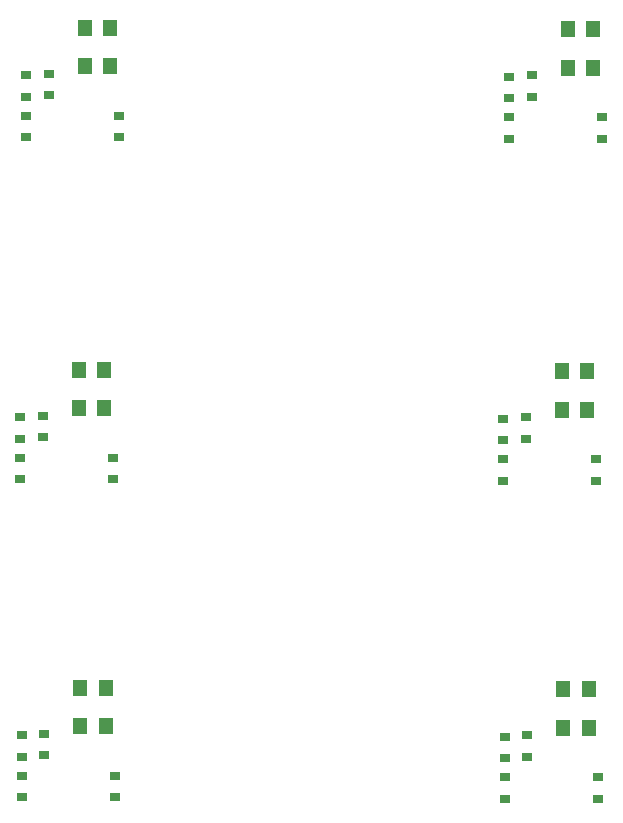
<source format=gbp>
G04 Layer_Color=128*
%FSTAX24Y24*%
%MOIN*%
G70*
G01*
G75*
%ADD13R,0.0374X0.0315*%
%ADD25R,0.0480X0.0555*%
D13*
X02845Y043896D02*
D03*
Y044604D02*
D03*
X0277Y043846D02*
D03*
Y044554D02*
D03*
X0308Y043204D02*
D03*
Y042496D02*
D03*
X0277Y043204D02*
D03*
Y042496D02*
D03*
X04455Y043846D02*
D03*
Y044554D02*
D03*
X0438Y043796D02*
D03*
Y044504D02*
D03*
X0469Y043154D02*
D03*
Y042446D02*
D03*
X0438Y043154D02*
D03*
Y042446D02*
D03*
X0285Y033296D02*
D03*
Y034004D02*
D03*
X02775Y033246D02*
D03*
Y033954D02*
D03*
X03085Y032604D02*
D03*
Y031896D02*
D03*
X02775Y032604D02*
D03*
Y031896D02*
D03*
X0446Y033246D02*
D03*
Y033954D02*
D03*
X04385Y033196D02*
D03*
Y033904D02*
D03*
X04695Y032554D02*
D03*
Y031846D02*
D03*
X04385Y032554D02*
D03*
Y031846D02*
D03*
X044Y054554D02*
D03*
Y053846D02*
D03*
X0471Y054554D02*
D03*
Y053846D02*
D03*
X044Y055196D02*
D03*
Y055904D02*
D03*
X04475Y055246D02*
D03*
Y055954D02*
D03*
X0279Y054604D02*
D03*
Y053896D02*
D03*
X031Y054604D02*
D03*
Y053896D02*
D03*
X0279Y055246D02*
D03*
Y055954D02*
D03*
X02865Y055296D02*
D03*
Y056004D02*
D03*
D25*
X0305Y044856D02*
D03*
Y046144D02*
D03*
X02965Y044856D02*
D03*
Y046144D02*
D03*
X0466Y044806D02*
D03*
Y046094D02*
D03*
X04575Y044806D02*
D03*
Y046094D02*
D03*
X03055Y034256D02*
D03*
Y035544D02*
D03*
X0297Y034256D02*
D03*
Y035544D02*
D03*
X04665Y034206D02*
D03*
Y035494D02*
D03*
X0458Y034206D02*
D03*
Y035494D02*
D03*
X04595Y056206D02*
D03*
Y057494D02*
D03*
X0468Y056206D02*
D03*
Y057494D02*
D03*
X02985Y056256D02*
D03*
Y057544D02*
D03*
X0307Y056256D02*
D03*
Y057544D02*
D03*
M02*

</source>
